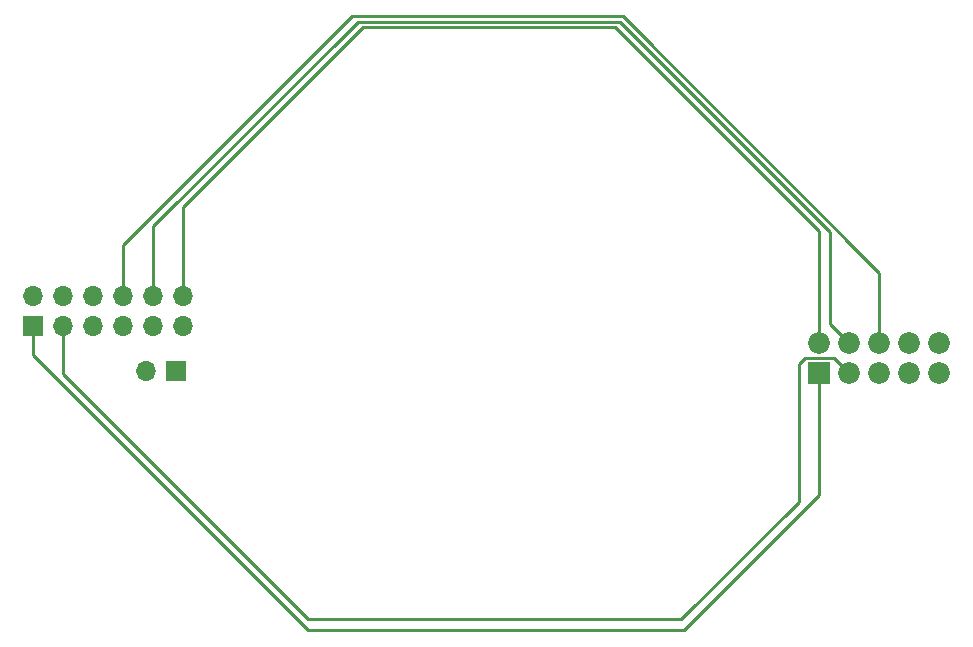
<source format=gbr>
%TF.GenerationSoftware,KiCad,Pcbnew,(6.0.0-0)*%
%TF.CreationDate,2022-03-24T13:46:47-04:00*%
%TF.ProjectId,Rotary,526f7461-7279-42e6-9b69-6361645f7063,rev?*%
%TF.SameCoordinates,Original*%
%TF.FileFunction,Copper,L3,Inr*%
%TF.FilePolarity,Positive*%
%FSLAX46Y46*%
G04 Gerber Fmt 4.6, Leading zero omitted, Abs format (unit mm)*
G04 Created by KiCad (PCBNEW (6.0.0-0)) date 2022-03-24 13:46:47*
%MOMM*%
%LPD*%
G01*
G04 APERTURE LIST*
%TA.AperFunction,ComponentPad*%
%ADD10R,1.700000X1.700000*%
%TD*%
%TA.AperFunction,ComponentPad*%
%ADD11O,1.700000X1.700000*%
%TD*%
%TA.AperFunction,ComponentPad*%
%ADD12R,1.836000X1.836000*%
%TD*%
%TA.AperFunction,ComponentPad*%
%ADD13C,1.836000*%
%TD*%
%TA.AperFunction,Conductor*%
%ADD14C,0.250000*%
%TD*%
G04 APERTURE END LIST*
D10*
%TO.N,GND*%
%TO.C,J3*%
X120410000Y-103340000D03*
D11*
%TO.N,RTR_LIMIT*%
X117870000Y-103340000D03*
%TD*%
D12*
%TO.N,RTR_ENB*%
%TO.C,J2*%
X174853250Y-103503500D03*
D13*
%TO.N,LKIT_C*%
X174853250Y-100963500D03*
%TO.N,RTR_ENA*%
X177393250Y-103503500D03*
%TO.N,LKIT_B*%
X177393250Y-100963500D03*
%TO.N,RTR_LIMIT*%
X179933250Y-103503500D03*
%TO.N,LKIT_A*%
X179933250Y-100963500D03*
%TO.N,5V*%
X182473250Y-103503500D03*
%TO.N,GND*%
X182473250Y-100963500D03*
%TO.N,RMOT2*%
X185013250Y-103503500D03*
%TO.N,RMOT1*%
X185013250Y-100963500D03*
%TD*%
D10*
%TO.N,RTR_ENB*%
%TO.C,J1*%
X108320000Y-99520000D03*
D11*
%TO.N,GND*%
X108320000Y-96980000D03*
%TO.N,RTR_ENA*%
X110860000Y-99520000D03*
%TO.N,GND*%
X110860000Y-96980000D03*
%TO.N,5V*%
X113400000Y-99520000D03*
X113400000Y-96980000D03*
%TO.N,GND*%
X115940000Y-99520000D03*
%TO.N,LKIT_A*%
X115940000Y-96980000D03*
%TO.N,RMOT1*%
X118480000Y-99520000D03*
%TO.N,LKIT_B*%
X118480000Y-96980000D03*
%TO.N,RMOT2*%
X121020000Y-99520000D03*
%TO.N,LKIT_C*%
X121020000Y-96980000D03*
%TD*%
D14*
%TO.N,RTR_ENB*%
X163420000Y-125240000D02*
X131590000Y-125240000D01*
X174853250Y-113806750D02*
X163420000Y-125240000D01*
X174853250Y-103503500D02*
X174853250Y-113806750D01*
X131590000Y-125240000D02*
X108320000Y-101970000D01*
X108320000Y-101970000D02*
X108320000Y-99520000D01*
%TO.N,RTR_ENA*%
X176095761Y-102206011D02*
X173665717Y-102206011D01*
X163200000Y-124290000D02*
X131600000Y-124290000D01*
X177393250Y-103503500D02*
X176095761Y-102206011D01*
X110860000Y-103550000D02*
X110860000Y-99520000D01*
X173130000Y-102741728D02*
X173130000Y-114360000D01*
X173665717Y-102206011D02*
X173130000Y-102741728D01*
X173130000Y-114360000D02*
X163200000Y-124290000D01*
X131600000Y-124290000D02*
X110860000Y-103550000D01*
%TO.N,LKIT_A*%
X179933250Y-94973250D02*
X158230960Y-73270960D01*
X179933250Y-100963500D02*
X179933250Y-94973250D01*
X158230960Y-73270960D02*
X135269040Y-73270960D01*
X135269040Y-73270960D02*
X115940000Y-92600000D01*
X115940000Y-92600000D02*
X115940000Y-96980000D01*
%TO.N,LKIT_B*%
X118480000Y-91020000D02*
X118480000Y-96980000D01*
X175760000Y-99330250D02*
X175760000Y-91520000D01*
X177393250Y-100963500D02*
X175760000Y-99330250D01*
X135779520Y-73720480D02*
X118480000Y-91020000D01*
X157960480Y-73720480D02*
X135779520Y-73720480D01*
X175760000Y-91520000D02*
X157960480Y-73720480D01*
%TO.N,LKIT_C*%
X136270000Y-74170000D02*
X121020000Y-89420000D01*
X157600000Y-74170000D02*
X136270000Y-74170000D01*
X174853250Y-91423250D02*
X157600000Y-74170000D01*
X174853250Y-100963500D02*
X174853250Y-91423250D01*
X121020000Y-89420000D02*
X121020000Y-96980000D01*
%TD*%
M02*

</source>
